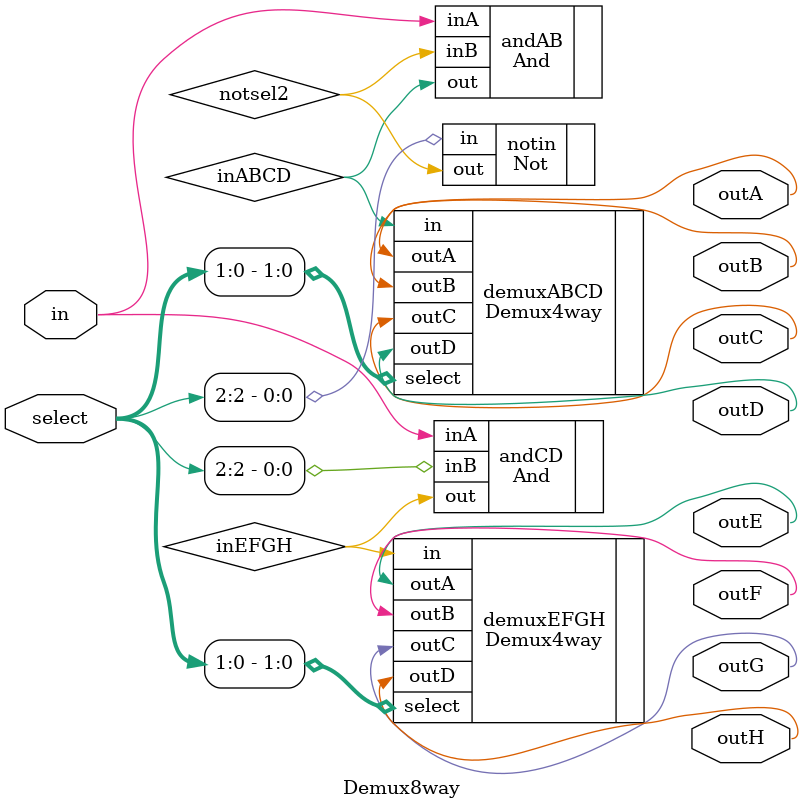
<source format=v>
`ifndef _DEMUX8WAY
`define _DEMUX8WAY
`include "Demux4way.v"
`include "And.v"
`include "Not.v"

module Demux8way(in, select, outA, outB, outC, outD, outE, outF, outG, outH);
    input  wire in;
    input  wire [2:0] select;
    output wire outA;
    output wire outB;
    output wire outC;
    output wire outD;
    output wire outE;
    output wire outF;
    output wire outG;
    output wire outH;

    wire notsel2;
    wire inABCD;
    wire inEFGH;

    Not notin(.out(notsel2), .in(select[2]));
    And andAB(.out(inABCD), .inA(in), .inB(notsel2));
    And andCD(.out(inEFGH), .inA(in), .inB(select[2]));

    Demux4way demuxABCD(.in(inABCD), .select(select[1:0]), .outA(outA), .outB(outB), .outC(outC), .outD(outD));
    Demux4way demuxEFGH(.in(inEFGH), .select(select[1:0]), .outA(outE), .outB(outF), .outC(outG), .outD(outH));
endmodule
`endif

</source>
